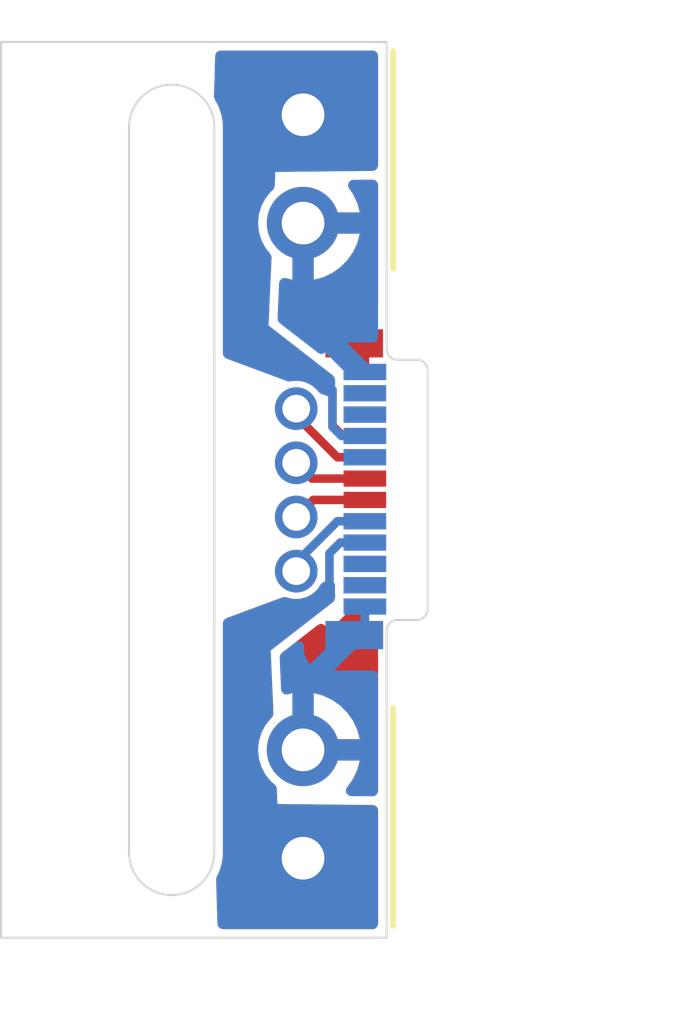
<source format=kicad_pcb>
(kicad_pcb (version 20221018) (generator pcbnew)
  (layers (0 "F.Cu" mixed) (31 "B.Cu" mixed) (34 "B.Paste" user) (35 "F.Paste" user) (36 "B.SilkS" user "B.Silkscreen") (37 "F.SilkS" user "F.Silkscreen") (38 "B.Mask" user) (39 "F.Mask" user) (44 "Edge.Cuts" user))
  (net 0 "")
  (net 7 "4")
  (net 10 "+5V")
  (net 11 "GND")
  (net 14 "Net-(JUSB1-Pin_3)")
  (net 15 "A6")
  (net 16 "A5")
  (footprint "Connector_PinHeader_1.27mm:PinHeader_1x04_P1.27mm_Vertical" (layer "F.Cu") (at 114.03 78.78)
    (fp_text reference "JUSB1" hide)
    (fp_text value "Conn_01x04_Socket" hide)
    (pad "1" thru_hole circle (at 0 0) (size 1 1) (drill 0.65) (layers "*.Cu" "*.Mask") (net 16 "A5"))
    (pad "2" thru_hole oval (at 0 1.27) (size 1 1) (drill 0.65) (layers "*.Cu" "*.Mask") (net 15 "A6"))
    (pad "3" thru_hole oval (at 0 2.54) (size 1 1) (drill 0.65) (layers "*.Cu" "*.Mask") (net 14 "Net-(JUSB1-Pin_3)"))
    (pad "4" thru_hole oval (at 0 3.81) (size 1 1) (drill 0.65) (layers "*.Cu" "*.Mask") (net 7 "4"))
  )
  (footprint "Connector_PinHeader_2.54mm:PinHeader_1x02_P2.54mm_Vertical" (layer "F.Cu") (at 114.19 89.32 180)
    (fp_text reference "JUSB-1" hide)
    (fp_text value "Conn_01x02_Socket" hide)
    (pad "1" thru_hole circle (at 0 0 180) (size 1.7 1.7) (drill 1) (layers "*.Cu" "*.Mask") (net 10 "+5V"))
    (pad "2" thru_hole oval (at 0 2.54 180) (size 1.7 1.7) (drill 1) (layers "*.Cu" "*.Mask") (net 11 "GND"))
  )
  (footprint "1054440001:molex 1054440001" (layer "F.Cu") (at 115.64 80.67 90)
    (fp_text reference "J1" hide)
    (fp_text value "USB_C_Receptacle")
    (pad "A1" smd rect (at 2.75 0) (size 1 0.38) (layers "F.Cu" "F.Paste" "F.Mask") (net 11 "GND"))
    (pad "A2" smd rect (at 2.25 0) (size 1 0.38) (layers "F.Cu" "F.Paste" "F.Mask"))
    (pad "A3" smd rect (at 1.75 0) (size 1 0.38) (layers "F.Cu" "F.Paste" "F.Mask"))
    (pad "A4" smd rect (at 1.25 0) (size 1 0.38) (layers "F.Cu" "F.Paste" "F.Mask") (net 10 "+5V"))
    (pad "A5" smd rect (at 0.75 0) (size 1 0.38) (layers "F.Cu" "F.Paste" "F.Mask") (net 16 "A5"))
    (pad "A6" smd rect (at 0.25 0) (size 1 0.38) (layers "F.Cu" "F.Paste" "F.Mask") (net 15 "A6"))
    (pad "A7" smd rect (at -0.25 0) (size 1 0.38) (layers "F.Cu" "F.Paste" "F.Mask") (net 14 "Net-(JUSB1-Pin_3)"))
    (pad "A8" smd rect (at -0.75 0) (size 1 0.38) (layers "F.Cu" "F.Paste" "F.Mask"))
    (pad "A9" smd rect (at -1.25 0) (size 1 0.38) (layers "F.Cu" "F.Paste" "F.Mask") (net 10 "+5V"))
    (pad "A10" smd rect (at -1.75 0) (size 1 0.38) (layers "F.Cu" "F.Paste" "F.Mask"))
    (pad "A11" smd rect (at -2.25 0) (size 1 0.38) (layers "F.Cu" "F.Paste" "F.Mask"))
    (pad "A12" smd rect (at -2.75 0) (size 1 0.38) (layers "F.Cu" "F.Paste" "F.Mask") (net 11 "GND"))
    (pad "B1" smd rect (at -2.75 0 180) (size 1 0.38) (layers "B.Cu" "B.Paste" "B.Mask") (net 11 "GND"))
    (pad "B2" smd rect (at -2.25 0 180) (size 1 0.38) (layers "B.Cu" "B.Paste" "B.Mask"))
    (pad "B3" smd rect (at -1.75 0 180) (size 1 0.38) (layers "B.Cu" "B.Paste" "B.Mask"))
    (pad "B4" smd rect (at -1.25 0 180) (size 1 0.38) (layers "B.Cu" "B.Paste" "B.Mask") (net 10 "+5V"))
    (pad "B5" smd rect (at -0.75 0 180) (size 1 0.38) (layers "B.Cu" "B.Paste" "B.Mask") (net 7 "4"))
    (pad "B8" smd rect (at 0.75 0 180) (size 1 0.38) (layers "B.Cu" "B.Paste" "B.Mask"))
    (pad "B9" smd rect (at 1.25 0 180) (size 1 0.38) (layers "B.Cu" "B.Paste" "B.Mask") (net 10 "+5V"))
    (pad "B10" smd rect (at 1.75 0 180) (size 1 0.38) (layers "B.Cu" "B.Paste" "B.Mask"))
    (pad "B11" smd rect (at 2.25 0 180) (size 1 0.38) (layers "B.Cu" "B.Paste" "B.Mask"))
    (pad "B12" smd rect (at 2.75 0 180) (size 1 0.38) (layers "B.Cu" "B.Paste" "B.Mask") (net 11 "GND"))
    (pad "S1" smd rect (at -3.42 -0.25 180) (size 1.35 0.66) (layers "F.Cu" "F.Paste" "F.Mask") (net 11 "GND"))
    (pad "S1" smd rect (at -3.42 -0.25) (size 1.35 0.66) (layers "B.Cu" "B.Paste" "B.Mask") (net 11 "GND"))
    (pad "S1" smd rect (at 3.42 -0.25 180) (size 1.35 0.66) (layers "F.Cu" "F.Paste" "F.Mask") (net 11 "GND"))
  )
  (footprint "Connector_PinHeader_2.54mm:PinHeader_1x02_P2.54mm_Vertical" (layer "F.Cu") (at 114.19 71.89)
    (fp_text reference "JUSB-2" hide)
    (fp_text value "Conn_01x02_Socket" hide)
    (pad "1" thru_hole circle (at 0 0) (size 1.7 1.7) (drill 1) (layers "*.Cu" "*.Mask") (net 10 "+5V"))
    (pad "2" thru_hole oval (at 0 2.54) (size 1.7 1.7) (drill 1) (layers "*.Cu" "*.Mask") (net 11 "GND"))
  )
  (gr_line (start 116.3 75.5) (end 116.3 70.4) (stroke (width 0.15)) (layer "F.SilkS"))
  (gr_line (start 116.3 85.8) (end 116.3 90.9) (stroke (width 0.15)) (layer "F.SilkS"))
  (gr_poly (pts (xy 112.107363 89.250446) (xy 112.100785 89.316267) (xy 112.089951 89.381087) (xy 112.074964 89.444725) (xy 112.055931 89.506998) (xy 112.032957 89.567724) (xy 112.006146 89.626721) (xy 111.975605 89.683807) (xy 111.941438 89.7388) (xy 111.90375 89.791517) (xy 111.862646 89.841777) (xy 111.818233 89.889396) (xy 111.770614 89.934194) (xy 111.719895 89.975987) (xy 111.666182 90.014594) (xy 111.609579 90.049833) (xy 111.55076 90.081233) (xy 111.490469 90.108447) (xy 111.428915 90.131474) (xy 111.36631 90.150314) (xy 111.302864 90.164967) (xy 111.238786 90.175434) (xy 111.174288 90.181714) (xy 111.109579 90.183808) (xy 111.044871 90.181714) (xy 110.980373 90.175434) (xy 110.916295 90.164967) (xy 110.852849 90.150314) (xy 110.790243 90.131474) (xy 110.72869 90.108447) (xy 110.668398 90.081233) (xy 110.609579 90.049833) (xy 110.580923 90.032646) (xy 110.552976 90.014594) (xy 110.525752 89.995701) (xy 110.499263 89.975987) (xy 110.473523 89.955477) (xy 110.448544 89.934194) (xy 110.424341 89.912159) (xy 110.400926 89.889396) (xy 110.378312 89.865928) (xy 110.356512 89.841777) (xy 110.33554 89.816965) (xy 110.315409 89.791517) (xy 110.296131 89.765454) (xy 110.277721 89.7388) (xy 110.260191 89.711577) (xy 110.243554 89.683807) (xy 110.227823 89.655515) (xy 110.213012 89.626721) (xy 110.199134 89.59745) (xy 110.186202 89.567724) (xy 110.174229 89.537566) (xy 110.163227 89.506998) (xy 110.153212 89.476043) (xy 110.144194 89.444725) (xy 110.136189 89.413065) (xy 110.129208 89.381087) (xy 110.123265 89.348813) (xy 110.118373 89.316267) (xy 110.114545 89.28347) (xy 110.111795 89.250446) (xy 110.110135 89.217217) (xy 110.109579 89.183807) (xy 110.109579 72.183808) (xy 110.111795 72.117169) (xy 110.118373 72.051349) (xy 110.129208 71.986528) (xy 110.144195 71.92289) (xy 110.163228 71.860617) (xy 110.186202 71.799891) (xy 110.213012 71.740894) (xy 110.243554 71.683808) (xy 110.277721 71.628815) (xy 110.315409 71.576098) (xy 110.356512 71.525839) (xy 110.400926 71.478219) (xy 110.448545 71.433422) (xy 110.499263 71.391628) (xy 110.552977 71.353021) (xy 110.60958 71.317782) (xy 110.668399 71.286382) (xy 110.72869 71.259169) (xy 110.790244 71.236142) (xy 110.852849 71.217302) (xy 110.916295 71.202648) (xy 110.980373 71.192182) (xy 111.044871 71.185902) (xy 111.10958 71.183808) (xy 111.174288 71.185902) (xy 111.238786 71.192182) (xy 111.302864 71.202649) (xy 111.36631 71.217302) (xy 111.428916 71.236142) (xy 111.490469 71.259169) (xy 111.55076 71.286383) (xy 111.609579 71.317783) (xy 111.638236 71.33497) (xy 111.666182 71.353022) (xy 111.693407 71.371916) (xy 111.719896 71.391629) (xy 111.745636 71.412139) (xy 111.770614 71.433422) (xy 111.794818 71.455457) (xy 111.818233 71.47822) (xy 111.840847 71.501688) (xy 111.862647 71.525839) (xy 111.883619 71.550651) (xy 111.90375 71.576099) (xy 111.923027 71.602162) (xy 111.941438 71.628816) (xy 111.958968 71.656039) (xy 111.975605 71.683809) (xy 111.991335 71.712101) (xy 112.006146 71.740895) (xy 112.020024 71.770166) (xy 112.032957 71.799892) (xy 112.04493 71.83005) (xy 112.055931 71.860618) (xy 112.065947 71.891573) (xy 112.074964 71.922891) (xy 112.08297 71.954551) (xy 112.089951 71.986529) (xy 112.095893 72.018803) (xy 112.100785 72.051349) (xy 112.104613 72.084146) (xy 112.107363 72.11717) (xy 112.109023 72.150398) (xy 112.109579 72.183809) (xy 112.109579 89.183807)) (stroke (width 0.05)) (fill none) (layer "Edge.Cuts"))
  (gr_poly (pts (xy 117.109272 83.496204) (xy 117.108356 83.508517) (xy 117.106839 83.520725) (xy 117.104731 83.532808) (xy 117.102039 83.544745) (xy 117.098773 83.556516) (xy 117.09494 83.568101) (xy 117.090549 83.579478) (xy 117.085609 83.590628) (xy 117.080127 83.60153) (xy 117.074114 83.612163) (xy 117.067576 83.622508) (xy 117.060523 83.632543) (xy 117.052963 83.642247) (xy 117.044904 83.651602) (xy 117.036356 83.660585) (xy 117.027372 83.669134) (xy 117.018018 83.677192) (xy 117.008314 83.684752) (xy 116.998279 83.691805) (xy 116.987935 83.698343) (xy 116.977302 83.704357) (xy 116.9664 83.709838) (xy 116.95525 83.714778) (xy 116.943872 83.719169) (xy 116.932288 83.723002) (xy 116.920517 83.726268) (xy 116.908579 83.72896) (xy 116.896496 83.731068) (xy 116.884288 83.732585) (xy 116.871976 83.733501) (xy 116.859579 83.733808) (xy 116.399579 83.733808) (xy 116.399579 83.733806) (xy 116.386714 83.734132) (xy 116.374018 83.735097) (xy 116.361507 83.736687) (xy 116.349195 83.738885) (xy 116.3371 83.741677) (xy 116.325237 83.745046) (xy 116.313621 83.748976) (xy 116.302268 83.753453) (xy 116.291194 83.758459) (xy 116.280414 83.76398) (xy 116.269945 83.77) (xy 116.259802 83.776503) (xy 116.25 83.783473) (xy 116.240556 83.790895) (xy 116.231485 83.798752) (xy 116.222802 83.80703) (xy 116.214525 83.815713) (xy 116.206667 83.824784) (xy 116.199245 83.834228) (xy 116.192275 83.84403) (xy 116.185772 83.854173) (xy 116.179753 83.864642) (xy 116.174232 83.875422) (xy 116.169225 83.886496) (xy 116.164749 83.897849) (xy 116.160819 83.909465) (xy 116.15745 83.921328) (xy 116.154658 83.933424) (xy 116.15246 83.945735) (xy 116.15087 83.958246) (xy 116.149904 83.970942) (xy 116.149579 83.983807) (xy 116.149579 91.183805) (xy 107.10958 91.183805) (xy 107.10958 70.183809) (xy 116.149579 70.183809) (xy 116.149579 77.383808) (xy 116.149904 77.396673) (xy 116.15087 77.409369) (xy 116.15246 77.42188) (xy 116.154658 77.434192) (xy 116.15745 77.446287) (xy 116.160819 77.45815) (xy 116.164749 77.469766) (xy 116.169225 77.481119) (xy 116.174232 77.492193) (xy 116.179753 77.502973) (xy 116.185772 77.513442) (xy 116.192275 77.523586) (xy 116.199245 77.533387) (xy 116.206667 77.542831) (xy 116.214525 77.551903) (xy 116.222802 77.560585) (xy 116.231485 77.568863) (xy 116.240556 77.57672) (xy 116.25 77.584142) (xy 116.259802 77.591112) (xy 116.269945 77.597615) (xy 116.280414 77.603634) (xy 116.291194 77.609155) (xy 116.302268 77.614162) (xy 116.313621 77.618638) (xy 116.325237 77.622569) (xy 116.3371 77.625937) (xy 116.349195 77.628729) (xy 116.361506 77.630927) (xy 116.374018 77.632517) (xy 116.386714 77.633483) (xy 116.399579 77.633808) (xy 116.859579 77.633807) (xy 116.871976 77.634115) (xy 116.884288 77.635031) (xy 116.896496 77.636547) (xy 116.908579 77.638655) (xy 116.920517 77.641347) (xy 116.932288 77.644614) (xy 116.943872 77.648447) (xy 116.95525 77.652837) (xy 116.9664 77.657778) (xy 116.977302 77.663259) (xy 116.987935 77.669273) (xy 116.998279 77.67581) (xy 117.008314 77.682864) (xy 117.018018 77.690424) (xy 117.027372 77.698482) (xy 117.036356 77.707031) (xy 117.044904 77.716014) (xy 117.052963 77.725368) (xy 117.060523 77.735073) (xy 117.067576 77.745107) (xy 117.074114 77.755452) (xy 117.080127 77.766085) (xy 117.085609 77.776987) (xy 117.090549 77.788137) (xy 117.09494 77.799514) (xy 117.098773 77.811099) (xy 117.102039 77.82287) (xy 117.104731 77.834807) (xy 117.106839 77.84689) (xy 117.108356 77.859098) (xy 117.109272 77.871411) (xy 117.109579 77.883808) (xy 117.109579 83.483807)) (stroke (width 0.05)) (fill none) (layer "Edge.Cuts"))
  (segment (start 114.03 82.386) (end 114.996 81.42) (width 0.2) (layer "B.Cu") (net 7))
  (segment (start 114.996 81.42) (end 115.64 81.42) (width 0.2) (layer "B.Cu") (net 7))
  (segment (start 114.03 82.59) (end 114.03 82.386) (width 0.2) (layer "B.Cu") (net 7))
  (segment (start 114.88 78.38) (end 114.88 79.18) (width 0.2) (layer "F.Cu") (net 10))
  (segment (start 112.99 76.97) (end 114.05 78.03) (width 0.2) (layer "F.Cu") (net 10))
  (segment (start 114.81 82.172) (end 114.81 82.98) (width 0.2) (layer "F.Cu") (net 10))
  (segment (start 114.88 79.18) (end 115.12 79.42) (width 0.2) (layer "F.Cu") (net 10))
  (segment (start 113.015 84.605) (end 113.015 88.145) (width 0.2) (layer "F.Cu") (net 10))
  (segment (start 114.28 83.34) (end 113.015 84.605) (width 0.2) (layer "F.Cu") (net 10))
  (segment (start 113.015 88.145) (end 114.19 89.32) (width 0.2) (layer "F.Cu") (net 10))
  (segment (start 115.062 81.92) (end 114.81 82.172) (width 0.2) (layer "F.Cu") (net 10))
  (segment (start 114.53 78.03) (end 114.88 78.38) (width 0.2) (layer "F.Cu") (net 10))
  (segment (start 112.99 73.09) (end 112.99 76.97) (width 0.2) (layer "F.Cu") (net 10))
  (segment (start 114.19 71.89) (end 112.99 73.09) (width 0.2) (layer "F.Cu") (net 10))
  (segment (start 115.64 81.92) (end 115.062 81.92) (width 0.2) (layer "F.Cu") (net 10))
  (segment (start 115.12 79.42) (end 115.64 79.42) (width 0.2) (layer "F.Cu") (net 10))
  (segment (start 114.81 82.98) (end 114.45 83.34) (width 0.2) (layer "F.Cu") (net 10))
  (segment (start 114.45 83.34) (end 114.28 83.34) (width 0.2) (layer "F.Cu") (net 10))
  (segment (start 114.05 78.03) (end 114.53 78.03) (width 0.2) (layer "F.Cu") (net 10))
  (segment (start 114.88 79.21) (end 114.88 78.34) (width 0.2) (layer "B.Cu") (net 10))
  (segment (start 115.09 79.42) (end 114.88 79.21) (width 0.2) (layer "B.Cu") (net 10))
  (segment (start 113.86 83.84) (end 113.13 83.84) (width 0.2) (layer "B.Cu") (net 10))
  (segment (start 114.808 82.892) (end 113.86 83.84) (width 0.2) (layer "B.Cu") (net 10))
  (segment (start 114.808 82.174) (end 114.808 82.892) (width 0.2) (layer "B.Cu") (net 10))
  (segment (start 115.64 81.92) (end 115.062 81.92) (width 0.2) (layer "B.Cu") (net 10))
  (segment (start 115.062 81.92) (end 114.808 82.174) (width 0.2) (layer "B.Cu") (net 10))
  (segment (start 115.64 79.42) (end 115.09 79.42) (width 0.2) (layer "B.Cu") (net 10))
  (segment (start 114.88 78.34) (end 114.55 78.01) (width 0.2) (layer "B.Cu") (net 10))
  (segment (start 115.64 77.5) (end 115.39 77.25) (width 0.2) (layer "F.Cu") (net 11))
  (segment (start 115.64 77.92) (end 115.64 77.5) (width 0.2) (layer "F.Cu") (net 11))
  (segment (start 115.31 77.92) (end 114.64 77.25) (width 0.2) (layer "B.Cu") (net 11))
  (segment (start 115.64 83.84) (end 115.39 84.09) (width 0.2) (layer "B.Cu") (net 11))
  (segment (start 115.64 83.42) (end 115.64 83.84) (width 0.2) (layer "B.Cu") (net 11))
  (segment (start 115.64 77.92) (end 115.31 77.92) (width 0.2) (layer "B.Cu") (net 11))
  (segment (start 114.43 80.92) (end 114.03 81.32) (width 0.2) (layer "F.Cu") (net 14))
  (segment (start 115.64 80.92) (end 114.43 80.92) (width 0.2) (layer "F.Cu") (net 14))
  (segment (start 114.4 80.42) (end 115.64 80.42) (width 0.2) (layer "F.Cu") (net 15))
  (segment (start 114.03 80.05) (end 114.4 80.42) (width 0.2) (layer "F.Cu") (net 15))
  (segment (start 114.03 78.954) (end 114.996 79.92) (width 0.2) (layer "F.Cu") (net 16))
  (segment (start 114.996 79.92) (end 115.64 79.92) (width 0.2) (layer "F.Cu") (net 16))
  (segment (start 114.03 78.78) (end 114.03 78.954) (width 0.2) (layer "F.Cu") (net 16))
  (zone (net 11) (net_name "GND") (layers "F&B.Cu") (name "1") (priority 1) (connect_pads (clearance 0.2)) (min_thickness 0.25) (fill yes (thermal_gap 0.5) (thermal_bridge_width 0.5))
    (polygon (pts (xy 112.514 69.342) (xy 122.95 69.2) (xy 121.85 93.2) (xy 112.514 93.218)))
  )
  (zone (net 10) (net_name "+5V") (layers "F&B.Cu") (name "10") (priority 4) (connect_pads yes (clearance 0.2)) (min_thickness 0.25) (fill yes (thermal_gap 0.2) (thermal_bridge_width 0.5))
    (polygon (pts (xy 113.59 88.05) (xy 116.47 88.08) (xy 116.45 91.63) (xy 112.2 91.39) (xy 111.97 83.85) (xy 116.25 82.26) (xy 113.43 84.45)))
  )
  (zone (net 10) (net_name "+5V") (layers "F&B.Cu") (name "10") (priority 4) (connect_pads yes (clearance 0.2)) (min_thickness 0.25) (fill yes (thermal_gap 0.2) (thermal_bridge_width 0.5))
    (polygon (pts (xy 113.54 73.23) (xy 116.42 73.2) (xy 116.4 69.65) (xy 112.15 69.89) (xy 111.92 77.43) (xy 116.2 79.02) (xy 113.38 76.83)))
  )
)
</source>
